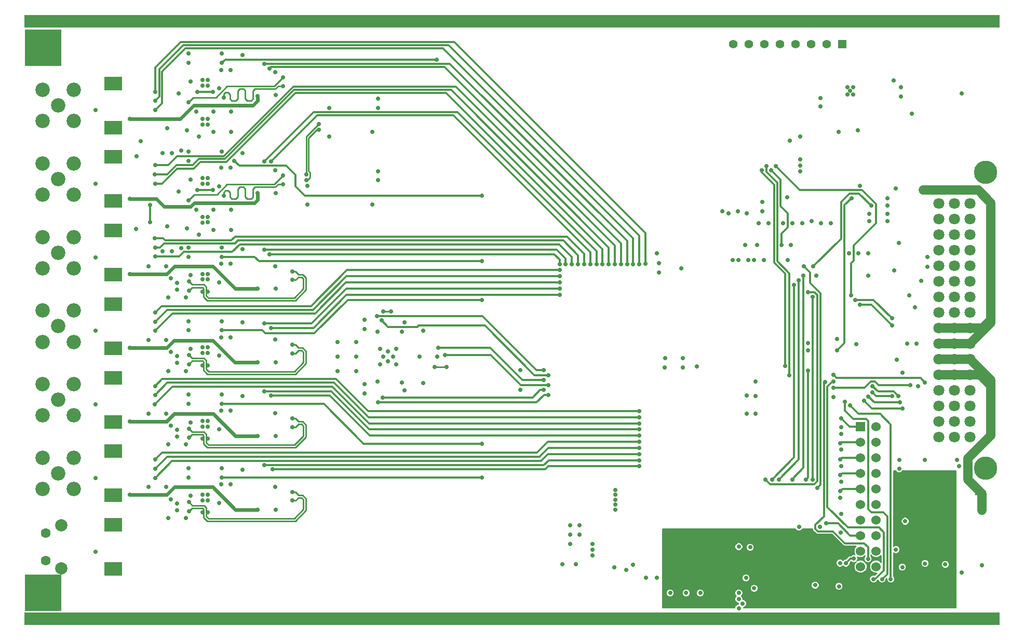
<source format=gbl>
G04 (created by PCBNEW (2013-07-07 BZR 4022)-stable) date 10.12.2013 14:49:55*
%MOIN*%
G04 Gerber Fmt 3.4, Leading zero omitted, Abs format*
%FSLAX34Y34*%
G01*
G70*
G90*
G04 APERTURE LIST*
%ADD10C,0.00590551*%
%ADD11R,0.06X0.06*%
%ADD12C,0.06*%
%ADD13C,0.0787*%
%ADD14C,0.063*%
%ADD15C,0.0709*%
%ADD16C,0.1496*%
%ADD17R,0.1181X0.0906*%
%ADD18C,0.0276*%
%ADD19R,6.25984X0.0787402*%
%ADD20R,0.055X0.055*%
%ADD21C,0.055*%
%ADD22C,0.0925*%
%ADD23R,0.23622X0.23622*%
%ADD24C,0.0275591*%
%ADD25C,0.023622*%
%ADD26C,0.011811*%
%ADD27C,0.00984252*%
%ADD28C,0.0591*%
%ADD29C,0.00787402*%
G04 APERTURE END LIST*
G54D10*
G54D11*
X73554Y-46210D03*
G54D12*
X74554Y-46210D03*
X73554Y-47210D03*
X74554Y-47210D03*
X73554Y-48210D03*
X74554Y-48210D03*
X73554Y-49210D03*
X74554Y-49210D03*
X73554Y-50210D03*
X74554Y-50210D03*
X73554Y-51210D03*
X74554Y-51210D03*
X73554Y-52210D03*
X74554Y-52210D03*
X73554Y-53210D03*
X74554Y-53210D03*
X73554Y-54210D03*
X74554Y-54210D03*
X73554Y-55210D03*
X74554Y-55210D03*
G54D13*
X22239Y-52559D03*
X22239Y-55315D03*
G54D14*
X21259Y-53051D03*
X21259Y-54823D03*
G54D15*
X80590Y-31870D03*
X80590Y-32870D03*
X80590Y-33870D03*
X80590Y-34870D03*
X80590Y-35870D03*
X80590Y-36870D03*
X80590Y-37870D03*
X80590Y-38870D03*
X80590Y-39870D03*
X80590Y-40870D03*
X80590Y-41870D03*
X80590Y-42870D03*
X80590Y-43870D03*
X80590Y-44870D03*
X80590Y-45870D03*
X80590Y-46870D03*
X79590Y-31870D03*
X79590Y-32870D03*
X79590Y-33870D03*
X79590Y-34870D03*
X79590Y-35870D03*
X79590Y-36870D03*
X79590Y-37870D03*
X79590Y-38870D03*
X79590Y-39870D03*
X79590Y-40870D03*
X79590Y-41870D03*
X79590Y-42870D03*
X79590Y-43870D03*
X79590Y-44870D03*
X79590Y-45870D03*
X79590Y-46870D03*
X78590Y-31870D03*
X78590Y-32870D03*
X78590Y-33870D03*
X78590Y-34870D03*
X78590Y-35870D03*
X78590Y-36870D03*
X78590Y-37870D03*
X78590Y-38870D03*
X78590Y-39870D03*
X78590Y-40870D03*
X78590Y-41870D03*
X78590Y-42870D03*
X78590Y-43870D03*
X78590Y-44870D03*
X78590Y-45870D03*
X78590Y-46870D03*
G54D16*
X81590Y-29870D03*
X81590Y-48870D03*
G54D17*
X25590Y-52520D03*
X25590Y-55354D03*
X25590Y-24173D03*
X25590Y-27007D03*
G54D18*
X72893Y-24645D03*
X73070Y-24409D03*
X72716Y-24881D03*
X72716Y-24409D03*
X73070Y-24881D03*
G54D19*
X51181Y-58543D03*
X51181Y-20196D03*
G54D20*
X72397Y-21653D03*
G54D21*
X71397Y-21653D03*
X70397Y-21653D03*
X69397Y-21653D03*
X68397Y-21653D03*
X67397Y-21653D03*
X66397Y-21653D03*
X65397Y-21653D03*
G54D22*
X21043Y-26594D03*
X21043Y-24586D03*
X23051Y-24586D03*
X23051Y-26594D03*
X22047Y-25590D03*
X21043Y-45492D03*
X21043Y-43484D03*
X23051Y-43484D03*
X23051Y-45492D03*
X22047Y-44488D03*
X21043Y-50216D03*
X21043Y-48208D03*
X23051Y-48208D03*
X23051Y-50216D03*
X22047Y-49212D03*
X21043Y-40767D03*
X21043Y-38759D03*
X23051Y-38759D03*
X23051Y-40767D03*
X22047Y-39763D03*
G54D17*
X25590Y-28897D03*
X25590Y-31731D03*
X25590Y-47795D03*
X25590Y-50629D03*
X25590Y-38346D03*
X25590Y-41180D03*
G54D22*
X21043Y-31318D03*
X21043Y-29310D03*
X23051Y-29310D03*
X23051Y-31318D03*
X22047Y-30314D03*
X21043Y-36043D03*
X21043Y-34035D03*
X23051Y-34035D03*
X23051Y-36043D03*
X22047Y-35039D03*
G54D17*
X25590Y-33622D03*
X25590Y-36456D03*
X25590Y-43071D03*
X25590Y-45905D03*
G54D23*
X21090Y-56870D03*
X21090Y-21870D03*
G54D24*
X61929Y-55984D03*
X61574Y-55984D03*
X62283Y-55984D03*
X76692Y-50590D03*
X76692Y-50984D03*
X76692Y-50196D03*
X76318Y-50984D03*
X76318Y-50590D03*
X76318Y-50196D03*
X27338Y-27877D03*
X54921Y-52559D03*
X54921Y-53149D03*
X55511Y-52559D03*
X55511Y-53149D03*
X54921Y-53740D03*
X42594Y-30397D03*
X45248Y-41712D03*
X42598Y-25748D03*
X29937Y-28496D03*
X29355Y-28640D03*
X32503Y-23299D03*
X32031Y-27267D03*
X32031Y-25976D03*
X30555Y-24035D03*
X30405Y-22854D03*
X29937Y-34759D03*
X29354Y-34940D03*
X30405Y-29153D03*
X30555Y-30334D03*
X32031Y-32275D03*
X32031Y-33566D03*
X32503Y-29598D03*
X41704Y-39944D03*
X41700Y-43472D03*
X41181Y-42657D03*
X41181Y-40767D03*
X41181Y-41712D03*
X27854Y-40649D03*
X29102Y-42637D03*
X30405Y-40027D03*
X30559Y-41208D03*
X32503Y-40472D03*
X27862Y-35925D03*
X29106Y-37913D03*
X32503Y-35748D03*
X30559Y-36484D03*
X30405Y-35303D03*
X30405Y-44751D03*
X30559Y-45933D03*
X32503Y-45196D03*
X29106Y-47362D03*
X27862Y-45374D03*
X32503Y-49921D03*
X30559Y-50657D03*
X30405Y-49476D03*
X29102Y-52086D03*
X27854Y-50098D03*
X34866Y-24988D03*
X26653Y-26456D03*
X34862Y-31212D03*
X26653Y-31574D03*
X34866Y-37362D03*
X26653Y-36417D03*
X34866Y-42086D03*
X26653Y-41141D03*
X34866Y-46811D03*
X26653Y-45866D03*
X34862Y-51535D03*
X26653Y-50590D03*
X72177Y-56468D03*
X66830Y-44232D03*
X62141Y-42417D03*
X24448Y-25885D03*
X24448Y-35334D03*
X24448Y-40059D03*
X24448Y-54232D03*
X24448Y-49507D03*
X24448Y-44783D03*
X24448Y-30610D03*
X69685Y-29055D03*
X69685Y-29448D03*
X69685Y-29822D03*
X73523Y-30748D03*
X75826Y-30905D03*
X65748Y-53917D03*
X66200Y-55925D03*
X72283Y-53011D03*
X72322Y-51811D03*
X72322Y-49763D03*
X72322Y-48740D03*
X72322Y-47696D03*
X72322Y-46673D03*
X72244Y-54980D03*
X65354Y-35531D03*
X67342Y-35531D03*
X66358Y-35531D03*
X70177Y-40846D03*
X77696Y-55000D03*
X76259Y-42755D03*
X67027Y-33149D03*
X69192Y-33149D03*
X72263Y-50787D03*
X74133Y-33031D03*
X72322Y-45669D03*
X79744Y-48346D03*
X76555Y-40885D03*
X76673Y-37795D03*
X77165Y-40885D03*
X31968Y-24724D03*
X30992Y-24724D03*
X30992Y-31023D03*
X31968Y-31023D03*
X30448Y-37480D03*
X31303Y-37547D03*
X37091Y-36240D03*
X30448Y-36889D03*
X31657Y-37547D03*
X37091Y-36787D03*
X30448Y-42204D03*
X31303Y-42271D03*
X37091Y-40964D03*
X30448Y-41614D03*
X37091Y-41511D03*
X31657Y-42271D03*
X30448Y-46929D03*
X31303Y-46996D03*
X37091Y-45688D03*
X30448Y-46338D03*
X37091Y-46236D03*
X31657Y-46996D03*
X30448Y-51653D03*
X31303Y-51720D03*
X37091Y-50413D03*
X30448Y-51062D03*
X37091Y-50960D03*
X31657Y-51720D03*
X46220Y-42370D03*
X46984Y-42370D03*
X37968Y-30023D03*
X38771Y-26795D03*
X37968Y-30377D03*
X38771Y-27161D03*
X42917Y-38807D03*
X43433Y-38807D03*
X65728Y-35531D03*
X66712Y-35531D03*
X66240Y-44224D03*
X62137Y-41826D03*
X70177Y-41318D03*
X73425Y-35078D03*
X68877Y-35531D03*
X74330Y-43602D03*
X75984Y-44251D03*
X74055Y-44271D03*
X76082Y-44665D03*
X73779Y-44547D03*
X76240Y-45039D03*
X81909Y-32362D03*
G54D18*
X77637Y-31024D03*
X79251Y-31024D03*
X78700Y-31024D03*
X78149Y-31024D03*
X79802Y-31024D03*
G54D24*
X58570Y-35771D03*
X35291Y-22921D03*
X58964Y-35771D03*
X28267Y-25885D03*
X28263Y-30019D03*
X57389Y-35771D03*
X28267Y-30610D03*
X56996Y-35771D03*
X35295Y-29181D03*
X56602Y-35771D03*
X35720Y-29177D03*
X56208Y-35771D03*
X28263Y-34114D03*
X55814Y-35771D03*
X59358Y-35771D03*
X28267Y-25295D03*
X59751Y-35751D03*
X28267Y-24704D03*
X35610Y-23212D03*
X58177Y-35771D03*
X28267Y-29429D03*
X57783Y-35771D03*
X71811Y-42893D03*
X77696Y-43366D03*
X35275Y-34838D03*
X54633Y-35771D03*
X35287Y-43944D03*
X59358Y-46397D03*
X28267Y-48326D03*
X59358Y-47185D03*
X68996Y-42913D03*
X67519Y-29488D03*
X28267Y-48917D03*
X59358Y-47578D03*
X28267Y-49507D03*
X59358Y-47972D03*
X28267Y-34704D03*
X55421Y-35771D03*
X28267Y-35295D03*
X55027Y-35771D03*
X54240Y-35771D03*
X35614Y-35141D03*
X28267Y-44192D03*
X59358Y-45610D03*
X35728Y-44228D03*
X59358Y-46791D03*
X54240Y-36161D03*
X28267Y-38877D03*
X28267Y-39468D03*
X54240Y-36555D03*
X59358Y-45216D03*
X28267Y-43602D03*
X54240Y-36948D03*
X28267Y-40055D03*
X74251Y-32027D03*
X70531Y-35925D03*
X72972Y-31535D03*
X72047Y-41318D03*
X68700Y-42322D03*
X67224Y-29744D03*
X35287Y-48685D03*
X59358Y-48366D03*
X35700Y-39866D03*
X54240Y-37736D03*
X54240Y-37342D03*
X35279Y-39570D03*
X28263Y-44783D03*
X59358Y-46003D03*
X59358Y-48759D03*
X35811Y-48960D03*
X49240Y-38066D03*
X32555Y-40027D03*
X32559Y-44751D03*
X49240Y-47299D03*
X32555Y-49476D03*
X49240Y-49476D03*
X32555Y-35303D03*
X49240Y-35582D03*
X32555Y-22854D03*
X33362Y-29153D03*
X49240Y-31370D03*
X46334Y-22637D03*
X74035Y-54704D03*
X71279Y-43346D03*
X81082Y-50492D03*
G54D18*
X81338Y-50828D03*
X81338Y-51182D03*
X81338Y-51576D03*
G54D24*
X68484Y-34547D03*
X67814Y-29744D03*
X71811Y-43700D03*
X76751Y-43543D03*
X75570Y-39251D03*
X73208Y-38070D03*
X75590Y-39704D03*
X73503Y-38366D03*
X71811Y-43307D03*
X74389Y-56003D03*
X65748Y-56889D03*
X65748Y-57283D03*
X74940Y-56003D03*
X72559Y-44606D03*
X75830Y-54110D03*
X75570Y-44251D03*
X74330Y-44015D03*
X65748Y-57874D03*
X75492Y-56003D03*
X65984Y-57578D03*
X72874Y-44862D03*
X68110Y-29488D03*
X72952Y-37795D03*
X73129Y-54685D03*
X72618Y-54980D03*
X42220Y-31960D03*
X42220Y-27279D03*
X21653Y-58464D03*
X23622Y-58464D03*
X25590Y-58464D03*
X27559Y-58464D03*
X29527Y-58464D03*
X31496Y-58464D03*
X33464Y-58464D03*
X35433Y-58464D03*
X37401Y-58464D03*
X39370Y-58464D03*
X41338Y-58464D03*
X43307Y-58464D03*
X45275Y-58464D03*
X47244Y-58464D03*
X49212Y-58464D03*
X51181Y-58464D03*
X53149Y-58464D03*
X55118Y-58464D03*
X57086Y-58464D03*
X59055Y-58464D03*
X61023Y-58464D03*
X62992Y-58464D03*
X64960Y-58464D03*
X66929Y-58464D03*
X68897Y-58464D03*
X70866Y-58464D03*
X72834Y-58464D03*
X74803Y-58464D03*
X76771Y-58464D03*
X78740Y-58464D03*
X80708Y-58464D03*
X80708Y-20275D03*
X78740Y-20275D03*
X76771Y-20275D03*
X74803Y-20275D03*
X72834Y-20275D03*
X70866Y-20275D03*
X68897Y-20275D03*
X66929Y-20275D03*
X64960Y-20275D03*
X62992Y-20275D03*
X61023Y-20275D03*
X59055Y-20275D03*
X57086Y-20275D03*
X55118Y-20275D03*
X53149Y-20275D03*
X51181Y-20275D03*
X49212Y-20275D03*
X47244Y-20275D03*
X45275Y-20275D03*
X43307Y-20275D03*
X41338Y-20275D03*
X39370Y-20275D03*
X37401Y-20275D03*
X35433Y-20275D03*
X33464Y-20275D03*
X31496Y-20275D03*
X29527Y-20275D03*
X27559Y-20275D03*
X25590Y-20275D03*
X23622Y-20275D03*
X21653Y-20275D03*
X43543Y-41712D03*
X42913Y-41712D03*
X43228Y-42027D03*
X43228Y-41397D03*
X42716Y-42224D03*
X43740Y-42224D03*
X43740Y-41200D03*
X42716Y-41200D03*
X57814Y-50590D03*
X57814Y-50275D03*
X57814Y-51535D03*
X57814Y-51220D03*
X57814Y-50905D03*
X56338Y-54114D03*
X56338Y-54468D03*
X56338Y-53759D03*
X54409Y-55039D03*
X55275Y-55039D03*
X58937Y-55078D03*
X57755Y-55236D03*
X58500Y-55409D03*
X59791Y-55905D03*
X60480Y-55905D03*
X61338Y-56889D03*
X62362Y-56889D03*
X63267Y-56889D03*
X51704Y-43858D03*
X51704Y-42598D03*
X66826Y-43299D03*
X66830Y-45374D03*
X66240Y-45370D03*
X60484Y-35090D03*
X63062Y-42346D03*
X60996Y-42417D03*
X61000Y-41826D03*
X70984Y-25633D03*
X70972Y-25114D03*
X65673Y-32370D03*
X70405Y-33019D03*
X29791Y-24807D03*
X42598Y-29799D03*
X44299Y-39527D03*
X45496Y-40043D03*
X45496Y-43421D03*
X46381Y-41708D03*
X44299Y-43893D03*
X42594Y-25149D03*
X39452Y-27586D03*
X39452Y-25748D03*
X38039Y-31937D03*
X38039Y-30755D03*
X27066Y-33523D03*
X27070Y-28838D03*
X28755Y-28640D03*
X29047Y-27047D03*
X31094Y-27574D03*
X32385Y-24488D03*
X33870Y-22350D03*
X33102Y-23299D03*
X35984Y-23456D03*
X36003Y-24913D03*
X33165Y-25976D03*
X33161Y-27267D03*
X30921Y-25976D03*
X31303Y-26444D03*
X31303Y-26803D03*
X31657Y-26799D03*
X31657Y-26444D03*
X31303Y-23956D03*
X31303Y-24311D03*
X31657Y-23956D03*
X31657Y-24311D03*
X30409Y-22263D03*
X32566Y-22263D03*
X30318Y-27192D03*
X28755Y-34940D03*
X29791Y-31106D03*
X30318Y-33492D03*
X32566Y-28562D03*
X30409Y-28562D03*
X31657Y-30610D03*
X31657Y-30255D03*
X31303Y-30610D03*
X31303Y-30255D03*
X31657Y-32744D03*
X31657Y-33098D03*
X31303Y-33102D03*
X31303Y-32744D03*
X30921Y-32275D03*
X33161Y-33566D03*
X33165Y-32275D03*
X36003Y-31212D03*
X35984Y-29755D03*
X33102Y-29598D03*
X33870Y-28649D03*
X32385Y-30787D03*
X31094Y-33874D03*
X29047Y-33346D03*
X44114Y-40106D03*
X44114Y-43393D03*
X41704Y-39346D03*
X41700Y-44070D03*
X42539Y-40106D03*
X42539Y-43318D03*
X29279Y-41417D03*
X39988Y-42657D03*
X39988Y-41712D03*
X39988Y-40767D03*
X28992Y-40649D03*
X30244Y-42637D03*
X29673Y-41696D03*
X29673Y-42125D03*
X30409Y-39437D03*
X32555Y-39437D03*
X36003Y-42086D03*
X35984Y-40629D03*
X33102Y-40472D03*
X33870Y-39523D03*
X32385Y-41661D03*
X31303Y-41129D03*
X31657Y-41129D03*
X31303Y-41484D03*
X31657Y-41484D03*
X28992Y-35925D03*
X30244Y-37913D03*
X31657Y-36759D03*
X31303Y-36759D03*
X31657Y-36405D03*
X31303Y-36405D03*
X32385Y-36937D03*
X33870Y-34799D03*
X33102Y-35748D03*
X35984Y-35905D03*
X36003Y-37362D03*
X32555Y-34712D03*
X30409Y-34712D03*
X30244Y-37913D03*
X29673Y-37401D03*
X29673Y-36972D03*
X29279Y-36692D03*
X29279Y-46141D03*
X29673Y-46421D03*
X29673Y-46850D03*
X30244Y-47362D03*
X30409Y-44161D03*
X32555Y-44161D03*
X36003Y-46811D03*
X35984Y-45354D03*
X33102Y-45196D03*
X33870Y-44248D03*
X32385Y-46385D03*
X31303Y-45854D03*
X31657Y-45854D03*
X31303Y-46208D03*
X31657Y-46208D03*
X30244Y-47362D03*
X28992Y-45374D03*
X31657Y-50933D03*
X31303Y-50933D03*
X31657Y-50578D03*
X31303Y-50578D03*
X32385Y-51110D03*
X33870Y-48972D03*
X33102Y-49921D03*
X35984Y-50078D03*
X36003Y-51535D03*
X32555Y-48885D03*
X30409Y-48885D03*
X29673Y-51574D03*
X29673Y-51145D03*
X29279Y-50866D03*
X30244Y-52086D03*
X28992Y-50098D03*
X81338Y-55118D03*
X75669Y-23996D03*
X76141Y-24409D03*
X76141Y-25019D03*
X76850Y-26102D03*
X69685Y-27598D03*
X69015Y-27854D03*
X73385Y-27185D03*
X72165Y-27283D03*
X80059Y-24803D03*
X76043Y-48917D03*
X76043Y-48346D03*
X78996Y-55059D03*
X76240Y-55236D03*
X60610Y-36318D03*
X60610Y-35708D03*
X66240Y-32519D03*
X65098Y-32519D03*
X64685Y-32381D03*
X72322Y-46259D03*
X73267Y-40925D03*
X70649Y-56397D03*
X66732Y-56594D03*
X71811Y-44330D03*
X62047Y-36043D03*
X69074Y-34547D03*
X66161Y-34547D03*
X66929Y-34547D03*
X72047Y-40570D03*
X67263Y-31771D03*
X67263Y-32381D03*
X67637Y-33149D03*
X71653Y-33149D03*
X71023Y-33149D03*
X69803Y-33149D03*
X68582Y-33149D03*
X68858Y-31476D03*
X74133Y-32539D03*
X75275Y-33031D03*
X75275Y-32539D03*
X75275Y-32027D03*
X75275Y-31535D03*
X69606Y-52657D03*
X70944Y-52657D03*
X66476Y-53956D03*
X74055Y-36515D03*
X80039Y-55570D03*
X76417Y-52283D03*
X77677Y-48346D03*
X75885Y-41909D03*
X77047Y-38562D03*
X79881Y-48759D03*
X70728Y-36515D03*
X74035Y-35078D03*
X72814Y-35078D03*
X75708Y-36181D03*
X77834Y-35944D03*
X77834Y-35314D03*
X76003Y-34409D03*
X77263Y-43602D03*
X77440Y-36850D03*
X72263Y-49330D03*
X72263Y-47283D03*
X70787Y-50157D03*
X69921Y-35905D03*
X71358Y-52421D03*
X72263Y-50354D03*
X72263Y-48307D03*
X69173Y-49606D03*
X69881Y-36515D03*
X70039Y-49606D03*
X70177Y-42618D03*
X70177Y-37578D03*
X67440Y-49606D03*
X67874Y-49606D03*
X69291Y-37106D03*
X70472Y-37874D03*
X70472Y-49606D03*
X68307Y-49606D03*
X69586Y-36811D03*
X42586Y-44653D03*
X53503Y-44173D03*
X42881Y-44346D03*
X53228Y-43858D03*
X46885Y-41606D03*
X53503Y-43543D03*
X46444Y-41137D03*
X53228Y-43228D03*
X42826Y-39397D03*
X53503Y-42913D03*
X27937Y-31980D03*
X27937Y-33090D03*
X42527Y-39125D03*
X53228Y-42598D03*
X30409Y-25389D03*
X36491Y-23791D03*
X36491Y-24338D03*
X32677Y-25078D03*
X30409Y-31688D03*
X36491Y-30090D03*
X32677Y-31377D03*
X36491Y-30637D03*
G54D25*
X34866Y-24988D02*
X34866Y-25291D01*
X29881Y-26456D02*
X26653Y-26456D01*
X30748Y-25590D02*
X29881Y-26456D01*
X34566Y-25590D02*
X30748Y-25590D01*
X34866Y-25291D02*
X34566Y-25590D01*
X34862Y-31212D02*
X34862Y-31633D01*
X28346Y-31574D02*
X26653Y-31574D01*
X28858Y-32086D02*
X28346Y-31574D01*
X30551Y-32086D02*
X28858Y-32086D01*
X30787Y-31850D02*
X30551Y-32086D01*
X34645Y-31850D02*
X30787Y-31850D01*
X34862Y-31633D02*
X34645Y-31850D01*
X34866Y-37362D02*
X33425Y-37362D01*
X29015Y-36417D02*
X26653Y-36417D01*
X29527Y-35905D02*
X29015Y-36417D01*
X31968Y-35905D02*
X29527Y-35905D01*
X33425Y-37362D02*
X31968Y-35905D01*
X34866Y-42086D02*
X33385Y-42086D01*
X29015Y-41141D02*
X26653Y-41141D01*
X29488Y-40669D02*
X29015Y-41141D01*
X31968Y-40669D02*
X29488Y-40669D01*
X33385Y-42086D02*
X31968Y-40669D01*
X34866Y-46811D02*
X33425Y-46811D01*
X29015Y-45866D02*
X26653Y-45866D01*
X29488Y-45393D02*
X29015Y-45866D01*
X32007Y-45393D02*
X29488Y-45393D01*
X33425Y-46811D02*
X32007Y-45393D01*
X34862Y-51535D02*
X33425Y-51535D01*
X29015Y-50590D02*
X26653Y-50590D01*
X29527Y-50078D02*
X29015Y-50590D01*
X31968Y-50078D02*
X29527Y-50078D01*
X33425Y-51535D02*
X31968Y-50078D01*
G54D26*
X72863Y-46210D02*
X73554Y-46210D01*
X72322Y-45669D02*
X72863Y-46210D01*
X31968Y-24724D02*
X30992Y-24724D01*
X31968Y-31023D02*
X30992Y-31023D01*
G54D27*
X31311Y-37267D02*
X31389Y-37346D01*
X30661Y-37267D02*
X31311Y-37267D01*
X30448Y-37480D02*
X30661Y-37267D01*
X31389Y-37460D02*
X31303Y-37547D01*
X31389Y-37346D02*
X31389Y-37460D01*
X37177Y-38110D02*
X31633Y-38110D01*
X31389Y-37866D02*
X31633Y-38110D01*
X31389Y-37633D02*
X31389Y-37866D01*
X31303Y-37547D02*
X31389Y-37633D01*
X37273Y-38110D02*
X37964Y-37418D01*
X37964Y-36659D02*
X37964Y-37418D01*
X37488Y-36437D02*
X37741Y-36437D01*
X37091Y-36240D02*
X37090Y-36240D01*
X37090Y-36240D02*
X37291Y-36240D01*
X37291Y-36240D02*
X37488Y-36437D01*
X37741Y-36437D02*
X37964Y-36659D01*
X37273Y-38110D02*
X37177Y-38110D01*
X37177Y-38110D02*
X37273Y-38110D01*
X31401Y-37098D02*
X31566Y-37263D01*
X30657Y-37098D02*
X31401Y-37098D01*
X30448Y-36889D02*
X30657Y-37098D01*
X31566Y-37456D02*
X31657Y-37547D01*
X31566Y-37263D02*
X31566Y-37456D01*
X31566Y-37807D02*
X31566Y-37637D01*
X31704Y-37944D02*
X31566Y-37807D01*
X31566Y-37637D02*
X31657Y-37547D01*
X31704Y-37944D02*
X37204Y-37944D01*
X37204Y-37944D02*
X37799Y-37350D01*
X37091Y-36787D02*
X37094Y-36787D01*
X37094Y-36787D02*
X37271Y-36787D01*
X37271Y-36787D02*
X37291Y-36787D01*
X37291Y-36787D02*
X37476Y-36602D01*
X37476Y-36602D02*
X37673Y-36602D01*
X37673Y-36602D02*
X37799Y-36728D01*
X37799Y-36728D02*
X37799Y-37350D01*
X30661Y-41992D02*
X31311Y-41992D01*
X31393Y-42074D02*
X31393Y-42181D01*
X31303Y-42271D02*
X31393Y-42181D01*
X31311Y-41992D02*
X31393Y-42074D01*
X30448Y-42204D02*
X30661Y-41992D01*
X31389Y-42590D02*
X31633Y-42834D01*
X37177Y-42834D02*
X31633Y-42834D01*
X31389Y-42358D02*
X31389Y-42590D01*
X31303Y-42271D02*
X31389Y-42358D01*
X37177Y-42834D02*
X37273Y-42834D01*
X37273Y-42834D02*
X37177Y-42834D01*
X37741Y-41161D02*
X37964Y-41384D01*
X37291Y-40964D02*
X37488Y-41161D01*
X37090Y-40964D02*
X37291Y-40964D01*
X37091Y-40964D02*
X37090Y-40964D01*
X37488Y-41161D02*
X37741Y-41161D01*
X37964Y-41384D02*
X37964Y-42143D01*
X37273Y-42834D02*
X37964Y-42143D01*
X30657Y-41822D02*
X31409Y-41822D01*
X31562Y-41976D02*
X31562Y-42177D01*
X31657Y-42271D02*
X31562Y-42177D01*
X31409Y-41822D02*
X31562Y-41976D01*
X30448Y-41614D02*
X30657Y-41822D01*
X31566Y-42531D02*
X31704Y-42669D01*
X31704Y-42669D02*
X37204Y-42669D01*
X37204Y-42669D02*
X37799Y-42074D01*
X37091Y-41511D02*
X37094Y-41511D01*
X37094Y-41511D02*
X37271Y-41511D01*
X37271Y-41511D02*
X37291Y-41511D01*
X37291Y-41511D02*
X37476Y-41326D01*
X37476Y-41326D02*
X37673Y-41326D01*
X37673Y-41326D02*
X37799Y-41452D01*
X37799Y-41452D02*
X37799Y-42074D01*
X31566Y-42531D02*
X31566Y-42362D01*
X31566Y-42362D02*
X31657Y-42271D01*
X31311Y-46716D02*
X31389Y-46795D01*
X30885Y-46716D02*
X31311Y-46716D01*
X30448Y-46929D02*
X30661Y-46716D01*
X30661Y-46716D02*
X30885Y-46716D01*
X31389Y-46909D02*
X31303Y-46996D01*
X31389Y-46795D02*
X31389Y-46909D01*
X31389Y-47314D02*
X31633Y-47559D01*
X37177Y-47559D02*
X31633Y-47559D01*
X31389Y-47082D02*
X31389Y-47314D01*
X31303Y-46996D02*
X31389Y-47082D01*
X37273Y-47559D02*
X37964Y-46867D01*
X37964Y-46108D02*
X37964Y-46867D01*
X37488Y-45885D02*
X37741Y-45885D01*
X37091Y-45688D02*
X37090Y-45688D01*
X37090Y-45688D02*
X37291Y-45688D01*
X37291Y-45688D02*
X37488Y-45885D01*
X37741Y-45885D02*
X37964Y-46108D01*
X37273Y-47559D02*
X37177Y-47559D01*
X37177Y-47559D02*
X37273Y-47559D01*
X31409Y-46547D02*
X31566Y-46704D01*
X30448Y-46338D02*
X30657Y-46547D01*
X30657Y-46547D02*
X30917Y-46547D01*
X30917Y-46547D02*
X31409Y-46547D01*
X31566Y-46905D02*
X31657Y-46996D01*
X31566Y-46704D02*
X31566Y-46905D01*
X31566Y-47255D02*
X31704Y-47393D01*
X37799Y-46177D02*
X37799Y-46799D01*
X37673Y-46051D02*
X37799Y-46177D01*
X37476Y-46051D02*
X37673Y-46051D01*
X37291Y-46236D02*
X37476Y-46051D01*
X37271Y-46236D02*
X37291Y-46236D01*
X37094Y-46236D02*
X37271Y-46236D01*
X37091Y-46236D02*
X37094Y-46236D01*
X37204Y-47393D02*
X37799Y-46799D01*
X31704Y-47393D02*
X37204Y-47393D01*
X31566Y-47255D02*
X31566Y-47086D01*
X31566Y-47086D02*
X31657Y-46996D01*
X31311Y-51440D02*
X31389Y-51519D01*
X30661Y-51440D02*
X30885Y-51440D01*
X30448Y-51653D02*
X30661Y-51440D01*
X30885Y-51440D02*
X31311Y-51440D01*
X31389Y-51633D02*
X31303Y-51720D01*
X31389Y-51519D02*
X31389Y-51633D01*
X31389Y-52039D02*
X31633Y-52283D01*
X37177Y-52283D02*
X31633Y-52283D01*
X31389Y-51807D02*
X31389Y-52039D01*
X31303Y-51720D02*
X31389Y-51807D01*
X37177Y-52283D02*
X37273Y-52283D01*
X37273Y-52283D02*
X37177Y-52283D01*
X37741Y-50610D02*
X37964Y-50833D01*
X37291Y-50413D02*
X37488Y-50610D01*
X37090Y-50413D02*
X37291Y-50413D01*
X37091Y-50413D02*
X37090Y-50413D01*
X37488Y-50610D02*
X37741Y-50610D01*
X37964Y-50833D02*
X37964Y-51592D01*
X37273Y-52283D02*
X37964Y-51592D01*
X31409Y-51271D02*
X31566Y-51429D01*
X30917Y-51271D02*
X31409Y-51271D01*
X30657Y-51271D02*
X30917Y-51271D01*
X30448Y-51062D02*
X30657Y-51271D01*
X31566Y-51629D02*
X31657Y-51720D01*
X31566Y-51429D02*
X31566Y-51629D01*
X31566Y-51980D02*
X31704Y-52118D01*
X31704Y-52118D02*
X37204Y-52118D01*
X37204Y-52118D02*
X37799Y-51523D01*
X37091Y-50960D02*
X37094Y-50960D01*
X37094Y-50960D02*
X37271Y-50960D01*
X37271Y-50960D02*
X37291Y-50960D01*
X37291Y-50960D02*
X37476Y-50775D01*
X37476Y-50775D02*
X37673Y-50775D01*
X37673Y-50775D02*
X37799Y-50901D01*
X37799Y-50901D02*
X37799Y-51523D01*
X31566Y-51980D02*
X31566Y-51811D01*
X31566Y-51811D02*
X31657Y-51720D01*
X46984Y-42370D02*
X46220Y-42370D01*
X37968Y-30023D02*
X37968Y-27598D01*
X37968Y-27598D02*
X38771Y-26795D01*
X38224Y-29889D02*
X38133Y-29799D01*
X38055Y-30377D02*
X38224Y-30208D01*
X38224Y-30208D02*
X38224Y-29889D01*
X37968Y-30377D02*
X38055Y-30377D01*
X38639Y-27161D02*
X38771Y-27161D01*
X38133Y-27666D02*
X38639Y-27161D01*
X38133Y-27929D02*
X38133Y-27666D01*
X38133Y-29799D02*
X38133Y-27929D01*
X42917Y-38807D02*
X43433Y-38807D01*
G54D26*
X75688Y-43956D02*
X74685Y-43956D01*
X74685Y-43956D02*
X74330Y-43602D01*
X75984Y-44251D02*
X75688Y-43956D01*
X74448Y-44665D02*
X74055Y-44271D01*
X76082Y-44665D02*
X74448Y-44665D01*
X74271Y-45039D02*
X73779Y-44547D01*
X76240Y-45039D02*
X74271Y-45039D01*
X81909Y-32362D02*
X81928Y-32362D01*
X81928Y-32362D02*
X81928Y-32363D01*
G54D28*
X81101Y-31024D02*
X80393Y-31024D01*
X81928Y-31851D02*
X81101Y-31024D01*
X81928Y-32363D02*
X81928Y-31851D01*
X81389Y-39871D02*
X81928Y-39332D01*
X80393Y-31024D02*
X79802Y-31024D01*
X80393Y-31024D02*
X80392Y-31024D01*
X79251Y-31024D02*
X78700Y-31024D01*
X79590Y-39871D02*
X80590Y-39871D01*
X77637Y-31024D02*
X77598Y-31024D01*
X80590Y-40871D02*
X81928Y-39533D01*
X78149Y-31024D02*
X77637Y-31024D01*
X79590Y-40871D02*
X80590Y-40871D01*
X78590Y-39871D02*
X79590Y-39871D01*
X81928Y-39533D02*
X81928Y-39332D01*
X79802Y-31024D02*
X79251Y-31024D01*
X78700Y-31024D02*
X78149Y-31024D01*
X81928Y-39332D02*
X81928Y-32363D01*
X78590Y-40871D02*
X79590Y-40871D01*
X80590Y-39871D02*
X81389Y-39871D01*
G54D26*
X47196Y-22921D02*
X58570Y-34295D01*
X35291Y-22921D02*
X47196Y-22921D01*
X58570Y-34295D02*
X58570Y-35771D01*
X46748Y-21913D02*
X58960Y-34125D01*
X58960Y-34125D02*
X58960Y-35759D01*
X28720Y-23405D02*
X30212Y-21913D01*
X28720Y-25433D02*
X28720Y-23405D01*
X28267Y-25885D02*
X28720Y-25433D01*
X30212Y-21913D02*
X46748Y-21913D01*
X31094Y-29031D02*
X32757Y-29031D01*
X28263Y-30019D02*
X29055Y-30019D01*
X29055Y-30019D02*
X29645Y-29429D01*
X29645Y-29429D02*
X30696Y-29429D01*
X30696Y-29429D02*
X31094Y-29031D01*
X57389Y-34712D02*
X57389Y-35771D01*
X47267Y-24590D02*
X57389Y-34712D01*
X37198Y-24590D02*
X47267Y-24590D01*
X32757Y-29031D02*
X37198Y-24590D01*
X31185Y-29216D02*
X32834Y-29216D01*
X28267Y-30610D02*
X28726Y-30610D01*
X28726Y-30610D02*
X29676Y-29660D01*
X29676Y-29660D02*
X30741Y-29660D01*
X30741Y-29660D02*
X31185Y-29216D01*
X56996Y-34818D02*
X56996Y-35771D01*
X46960Y-24783D02*
X56996Y-34818D01*
X37267Y-24783D02*
X46960Y-24783D01*
X32834Y-29216D02*
X37267Y-24783D01*
X38444Y-26031D02*
X47696Y-26031D01*
X35295Y-29181D02*
X38444Y-26031D01*
X56602Y-34937D02*
X56602Y-35771D01*
X47696Y-26031D02*
X56602Y-34937D01*
X38681Y-26216D02*
X47409Y-26216D01*
X35720Y-29177D02*
X38681Y-26216D01*
X56208Y-35015D02*
X56208Y-35771D01*
X47409Y-26216D02*
X56208Y-35015D01*
X33405Y-34003D02*
X54708Y-34003D01*
X28263Y-34114D02*
X28771Y-34114D01*
X28771Y-34114D02*
X28905Y-34248D01*
X28905Y-34248D02*
X33161Y-34248D01*
X33161Y-34248D02*
X33405Y-34003D01*
X55814Y-35110D02*
X55814Y-35771D01*
X54708Y-34003D02*
X55814Y-35110D01*
X28267Y-25295D02*
X28535Y-25027D01*
X28535Y-25027D02*
X28535Y-23249D01*
X28535Y-23249D02*
X30076Y-21708D01*
X30076Y-21708D02*
X47124Y-21708D01*
X47124Y-21708D02*
X59358Y-33942D01*
X59358Y-33942D02*
X59358Y-35771D01*
X59751Y-33771D02*
X59751Y-35751D01*
X47480Y-21500D02*
X59751Y-33771D01*
X29909Y-21500D02*
X47480Y-21500D01*
X28267Y-23141D02*
X29909Y-21500D01*
X28267Y-24704D02*
X28267Y-23141D01*
X58177Y-34448D02*
X58177Y-35771D01*
X46834Y-23106D02*
X58177Y-34448D01*
X35716Y-23106D02*
X46834Y-23106D01*
X35610Y-23212D02*
X35716Y-23106D01*
X29685Y-28846D02*
X32681Y-28846D01*
X28267Y-29429D02*
X29102Y-29429D01*
X29102Y-29429D02*
X29685Y-28846D01*
X57783Y-34578D02*
X57783Y-35771D01*
X47594Y-24389D02*
X57783Y-34578D01*
X37137Y-24389D02*
X47594Y-24389D01*
X32681Y-28846D02*
X37137Y-24389D01*
X72657Y-43090D02*
X72007Y-43090D01*
X72007Y-43090D02*
X71811Y-42893D01*
X77421Y-43090D02*
X72657Y-43090D01*
X72657Y-43090D02*
X72677Y-43090D01*
X77696Y-43366D02*
X77421Y-43090D01*
X35275Y-34838D02*
X54055Y-34838D01*
X54633Y-35417D02*
X54633Y-35771D01*
X54055Y-34838D02*
X54633Y-35417D01*
X35287Y-43944D02*
X39570Y-43944D01*
X39570Y-43944D02*
X42023Y-46397D01*
X42023Y-46397D02*
X59358Y-46397D01*
X28267Y-48326D02*
X28712Y-47881D01*
X28712Y-47881D02*
X52779Y-47881D01*
X52779Y-47881D02*
X53476Y-47185D01*
X53476Y-47185D02*
X59358Y-47185D01*
X67519Y-29488D02*
X67519Y-29862D01*
X67519Y-29862D02*
X68208Y-30551D01*
X68208Y-35590D02*
X68208Y-30551D01*
X68996Y-36377D02*
X68208Y-35590D01*
X68996Y-42913D02*
X68996Y-36377D01*
X28267Y-48917D02*
X29039Y-48145D01*
X29039Y-48145D02*
X52944Y-48145D01*
X52944Y-48145D02*
X53511Y-47578D01*
X53511Y-47578D02*
X59358Y-47578D01*
X28267Y-49507D02*
X29366Y-48409D01*
X29366Y-48409D02*
X53059Y-48409D01*
X53059Y-48409D02*
X53496Y-47972D01*
X53496Y-47972D02*
X59358Y-47972D01*
X33423Y-34433D02*
X33592Y-34263D01*
X28267Y-34704D02*
X28594Y-34704D01*
X28594Y-34704D02*
X28866Y-34433D01*
X28866Y-34433D02*
X33423Y-34433D01*
X55421Y-35200D02*
X55421Y-35771D01*
X54484Y-34263D02*
X55421Y-35200D01*
X33592Y-34263D02*
X54484Y-34263D01*
X33708Y-34500D02*
X54208Y-34500D01*
X28267Y-35295D02*
X29818Y-35295D01*
X29818Y-35295D02*
X30118Y-34996D01*
X30118Y-34996D02*
X33212Y-34996D01*
X33212Y-34996D02*
X33708Y-34500D01*
X55027Y-35318D02*
X55027Y-35771D01*
X54208Y-34500D02*
X55027Y-35318D01*
X53885Y-35141D02*
X54240Y-35496D01*
X54240Y-35496D02*
X54240Y-35771D01*
X35614Y-35141D02*
X53885Y-35141D01*
X28267Y-44192D02*
X29066Y-43393D01*
X29066Y-43393D02*
X39763Y-43393D01*
X39763Y-43393D02*
X41980Y-45610D01*
X41980Y-45610D02*
X59358Y-45610D01*
X35728Y-44228D02*
X39476Y-44228D01*
X39476Y-44228D02*
X42039Y-46791D01*
X42039Y-46791D02*
X59358Y-46791D01*
X40594Y-36161D02*
X54240Y-36161D01*
X38279Y-38476D02*
X40594Y-36161D01*
X28669Y-38476D02*
X38279Y-38476D01*
X28267Y-38877D02*
X28669Y-38476D01*
X28267Y-39468D02*
X29035Y-38700D01*
X29035Y-38700D02*
X38409Y-38700D01*
X38409Y-38700D02*
X40555Y-36555D01*
X40555Y-36555D02*
X54240Y-36555D01*
X41956Y-45216D02*
X59358Y-45216D01*
X39881Y-43141D02*
X41956Y-45216D01*
X28728Y-43141D02*
X39881Y-43141D01*
X28267Y-43602D02*
X28728Y-43141D01*
X40523Y-36948D02*
X54240Y-36948D01*
X38535Y-38937D02*
X40523Y-36948D01*
X29385Y-38937D02*
X38535Y-38937D01*
X28267Y-40055D02*
X29385Y-38937D01*
X73464Y-31240D02*
X74251Y-32027D01*
X72854Y-31240D02*
X73464Y-31240D01*
X72303Y-31791D02*
X72854Y-31240D01*
X72303Y-34153D02*
X72303Y-31791D01*
X70531Y-35925D02*
X72303Y-34153D01*
X72519Y-31988D02*
X72972Y-31535D01*
X72519Y-40846D02*
X72519Y-31988D01*
X72047Y-41318D02*
X72519Y-40846D01*
X68011Y-35688D02*
X68011Y-30669D01*
X68700Y-36377D02*
X68011Y-35688D01*
X68700Y-42322D02*
X68700Y-36377D01*
X67224Y-29881D02*
X68011Y-30669D01*
X67224Y-29744D02*
X67224Y-29881D01*
X35287Y-48685D02*
X53216Y-48685D01*
X53216Y-48685D02*
X53535Y-48366D01*
X53535Y-48366D02*
X59358Y-48366D01*
X35700Y-39866D02*
X38437Y-39866D01*
X38437Y-39866D02*
X40566Y-37736D01*
X40566Y-37736D02*
X54240Y-37736D01*
X40539Y-37342D02*
X54240Y-37342D01*
X38311Y-39570D02*
X40539Y-37342D01*
X35279Y-39570D02*
X38311Y-39570D01*
X28263Y-44783D02*
X29389Y-43657D01*
X29389Y-43657D02*
X39653Y-43657D01*
X39653Y-43657D02*
X42000Y-46003D01*
X42000Y-46003D02*
X59358Y-46003D01*
X53527Y-48759D02*
X59358Y-48759D01*
X53326Y-48960D02*
X53527Y-48759D01*
X35811Y-48960D02*
X53326Y-48960D01*
X40649Y-38066D02*
X49240Y-38066D01*
X38488Y-40228D02*
X40649Y-38066D01*
X35358Y-40228D02*
X38488Y-40228D01*
X35157Y-40027D02*
X35358Y-40228D01*
X32555Y-40027D02*
X35157Y-40027D01*
X32559Y-44751D02*
X39118Y-44751D01*
X41665Y-47299D02*
X49240Y-47299D01*
X39118Y-44751D02*
X41665Y-47299D01*
X32555Y-49476D02*
X49240Y-49476D01*
X34944Y-35582D02*
X34665Y-35303D01*
X34944Y-35582D02*
X49240Y-35582D01*
X34665Y-35303D02*
X32555Y-35303D01*
X32771Y-22637D02*
X46334Y-22637D01*
X32555Y-22854D02*
X32771Y-22637D01*
X33362Y-29153D02*
X33673Y-29464D01*
X33673Y-29464D02*
X36696Y-29464D01*
X36696Y-29464D02*
X37291Y-30059D01*
X37291Y-30059D02*
X37291Y-30783D01*
X37291Y-30783D02*
X37877Y-31370D01*
X37877Y-31370D02*
X49240Y-31370D01*
X71279Y-43346D02*
X71200Y-43425D01*
X71200Y-43425D02*
X71200Y-51968D01*
X71200Y-51968D02*
X70649Y-52519D01*
X70649Y-52519D02*
X70649Y-52775D01*
X70649Y-52775D02*
X70826Y-52952D01*
X70826Y-52952D02*
X71456Y-52952D01*
X71456Y-52952D02*
X71791Y-52952D01*
X71791Y-52952D02*
X72539Y-53700D01*
X72539Y-53700D02*
X73779Y-53700D01*
X73779Y-53700D02*
X74035Y-53956D01*
X74035Y-53956D02*
X74035Y-54704D01*
G54D27*
X81023Y-50551D02*
X80925Y-50551D01*
X81082Y-50492D02*
X81023Y-50551D01*
G54D28*
X81338Y-51182D02*
X81338Y-50828D01*
X81338Y-51576D02*
X81338Y-51182D01*
X81928Y-46772D02*
X80451Y-48248D01*
X81928Y-43584D02*
X81928Y-46772D01*
X80451Y-48248D02*
X80451Y-49626D01*
X81338Y-50828D02*
X81338Y-50513D01*
X80451Y-49626D02*
X81338Y-50513D01*
X81215Y-42871D02*
X81928Y-43584D01*
X79590Y-41871D02*
X80590Y-41871D01*
X78590Y-42871D02*
X79590Y-42871D01*
X78590Y-41871D02*
X79590Y-41871D01*
X80590Y-41871D02*
X81928Y-43209D01*
X79590Y-42871D02*
X80590Y-42871D01*
X81928Y-43209D02*
X81928Y-43584D01*
X80590Y-42871D02*
X81215Y-42871D01*
G54D26*
X68425Y-32047D02*
X68425Y-30357D01*
X68877Y-32500D02*
X68425Y-32047D01*
X68877Y-33405D02*
X68877Y-32500D01*
X68484Y-33799D02*
X68877Y-33405D01*
X68484Y-34547D02*
X68484Y-33799D01*
X67814Y-29746D02*
X68425Y-30357D01*
X67814Y-29744D02*
X67814Y-29746D01*
X71811Y-43700D02*
X72972Y-43700D01*
X76751Y-43543D02*
X74704Y-43543D01*
X74704Y-43543D02*
X74468Y-43307D01*
X74468Y-43307D02*
X74212Y-43307D01*
X74212Y-43307D02*
X73818Y-43700D01*
X73818Y-43700D02*
X72972Y-43700D01*
X75570Y-39251D02*
X74389Y-38070D01*
X74389Y-38070D02*
X73208Y-38070D01*
X75590Y-39704D02*
X74251Y-38366D01*
X74251Y-38366D02*
X73503Y-38366D01*
X71751Y-43307D02*
X71417Y-43641D01*
X71417Y-43641D02*
X71417Y-51377D01*
X71417Y-51377D02*
X72736Y-52696D01*
X72736Y-52696D02*
X74744Y-52696D01*
X74744Y-52696D02*
X75059Y-53011D01*
X75059Y-53011D02*
X75059Y-55334D01*
X71811Y-43307D02*
X71751Y-43307D01*
X75059Y-55334D02*
X75059Y-55433D01*
X74488Y-56003D02*
X74389Y-56003D01*
X75059Y-55433D02*
X74488Y-56003D01*
X75275Y-55590D02*
X75275Y-55669D01*
X75275Y-55669D02*
X74940Y-56003D01*
X75275Y-55511D02*
X75275Y-55590D01*
X72559Y-45196D02*
X73070Y-45708D01*
X73070Y-45708D02*
X73917Y-45708D01*
X73917Y-45708D02*
X74055Y-45846D01*
X74055Y-45846D02*
X74055Y-51515D01*
X74055Y-51515D02*
X74251Y-51712D01*
X74251Y-51712D02*
X75019Y-51712D01*
X75019Y-51712D02*
X75275Y-51968D01*
X75275Y-51968D02*
X75275Y-55511D01*
X72559Y-44606D02*
X72559Y-45196D01*
X75570Y-44251D02*
X74566Y-44251D01*
X74566Y-44251D02*
X74330Y-44015D01*
X75492Y-56003D02*
X75492Y-55846D01*
X73405Y-45393D02*
X74803Y-45393D01*
X73405Y-45393D02*
X72874Y-44862D01*
X75492Y-46082D02*
X75492Y-55846D01*
X74803Y-45393D02*
X75492Y-46082D01*
X72952Y-35708D02*
X73110Y-35551D01*
X73110Y-35551D02*
X73110Y-34586D01*
X73110Y-34586D02*
X74547Y-33149D01*
X74547Y-33149D02*
X74547Y-31909D01*
X74547Y-31909D02*
X73661Y-31023D01*
X73661Y-31023D02*
X69645Y-31023D01*
X69645Y-31023D02*
X68110Y-29488D01*
X72952Y-37795D02*
X72952Y-35708D01*
X68110Y-29488D02*
X68110Y-29488D01*
X73129Y-54685D02*
X72913Y-54685D01*
X72913Y-54685D02*
X72618Y-54980D01*
G54D29*
X21653Y-58464D02*
X23622Y-58464D01*
X25590Y-58464D02*
X27559Y-58464D01*
X29527Y-58464D02*
X31496Y-58464D01*
X33464Y-58464D02*
X35433Y-58464D01*
X37401Y-58464D02*
X39370Y-58464D01*
X41338Y-58464D02*
X43307Y-58464D01*
X45275Y-58464D02*
X47244Y-58464D01*
X49212Y-58464D02*
X51181Y-58464D01*
X53149Y-58464D02*
X55118Y-58464D01*
X57086Y-58464D02*
X59055Y-58464D01*
X61023Y-58464D02*
X62992Y-58464D01*
X64960Y-58464D02*
X66929Y-58464D01*
X68897Y-58464D02*
X70866Y-58464D01*
X72834Y-58464D02*
X74803Y-58464D01*
X76771Y-58464D02*
X78740Y-58464D01*
X76771Y-20275D02*
X78740Y-20275D01*
X72834Y-20275D02*
X74803Y-20275D01*
X68897Y-20275D02*
X70866Y-20275D01*
X64960Y-20275D02*
X66929Y-20275D01*
X61023Y-20275D02*
X62992Y-20275D01*
X57086Y-20275D02*
X59055Y-20275D01*
X53149Y-20275D02*
X55118Y-20275D01*
X49212Y-20275D02*
X51181Y-20275D01*
X45275Y-20275D02*
X47244Y-20275D01*
X41338Y-20275D02*
X43307Y-20275D01*
X37401Y-20275D02*
X39370Y-20275D01*
X33464Y-20275D02*
X35433Y-20275D01*
X29527Y-20275D02*
X31496Y-20275D01*
X25590Y-20275D02*
X27559Y-20275D01*
X21653Y-20275D02*
X23622Y-20275D01*
G54D26*
X72384Y-49210D02*
X73554Y-49210D01*
X72263Y-49330D02*
X72384Y-49210D01*
X72337Y-47210D02*
X73554Y-47210D01*
X72263Y-47283D02*
X72337Y-47210D01*
X70787Y-50157D02*
X70984Y-49960D01*
X70984Y-49960D02*
X70984Y-37657D01*
X70984Y-37657D02*
X70314Y-36988D01*
X70314Y-36988D02*
X70314Y-36299D01*
X70314Y-36299D02*
X69921Y-35905D01*
X71358Y-52421D02*
X72106Y-52421D01*
X72895Y-53210D02*
X73554Y-53210D01*
X72106Y-52421D02*
X72895Y-53210D01*
X72408Y-50210D02*
X73554Y-50210D01*
X72263Y-50354D02*
X72408Y-50210D01*
X72360Y-48210D02*
X73554Y-48210D01*
X72263Y-48307D02*
X72360Y-48210D01*
X69173Y-49606D02*
X69173Y-49566D01*
X69881Y-48858D02*
X69881Y-36515D01*
X69173Y-49566D02*
X69881Y-48858D01*
X70039Y-49606D02*
X70039Y-49606D01*
X70177Y-49468D02*
X70177Y-42618D01*
X70039Y-49606D02*
X70177Y-49468D01*
X70590Y-37578D02*
X70767Y-37755D01*
X70177Y-37578D02*
X70590Y-37578D01*
X67736Y-49901D02*
X70590Y-49901D01*
X67440Y-49606D02*
X67736Y-49901D01*
X70767Y-49724D02*
X70767Y-37755D01*
X70590Y-49901D02*
X70767Y-49724D01*
X67874Y-49606D02*
X67874Y-49606D01*
X69291Y-48188D02*
X69291Y-37106D01*
X67874Y-49606D02*
X69291Y-48188D01*
X70472Y-37874D02*
X70472Y-49606D01*
X68307Y-49606D02*
X68307Y-49606D01*
X69586Y-48326D02*
X69586Y-36811D01*
X68307Y-49606D02*
X69586Y-48326D01*
X52763Y-44653D02*
X53244Y-44173D01*
X42586Y-44653D02*
X52763Y-44653D01*
X53244Y-44173D02*
X53503Y-44173D01*
X52500Y-44346D02*
X52988Y-43858D01*
X42881Y-44346D02*
X52500Y-44346D01*
X52988Y-43858D02*
X53228Y-43858D01*
X46885Y-41606D02*
X49811Y-41606D01*
X51748Y-43543D02*
X53503Y-43543D01*
X49811Y-41606D02*
X51748Y-43543D01*
X46444Y-41137D02*
X49767Y-41137D01*
X51858Y-43228D02*
X53228Y-43228D01*
X49767Y-41137D02*
X51858Y-43228D01*
X43228Y-39799D02*
X45114Y-39799D01*
X42826Y-39397D02*
X43228Y-39799D01*
X52625Y-42913D02*
X53503Y-42913D01*
X49437Y-39724D02*
X52625Y-42913D01*
X45188Y-39724D02*
X49437Y-39724D01*
X45114Y-39799D02*
X45188Y-39724D01*
X27937Y-33090D02*
X27937Y-31980D01*
X42527Y-39125D02*
X49279Y-39125D01*
X52751Y-42598D02*
X53228Y-42598D01*
X49279Y-39125D02*
X52751Y-42598D01*
G54D27*
X30409Y-25389D02*
X30720Y-25078D01*
X30720Y-25078D02*
X32177Y-25078D01*
X36491Y-23791D02*
X36496Y-23791D01*
X36496Y-23791D02*
X35929Y-24358D01*
X35929Y-24358D02*
X32897Y-24358D01*
X32897Y-24358D02*
X32177Y-25078D01*
X32677Y-24854D02*
X32677Y-25078D01*
X36182Y-24338D02*
X35997Y-24523D01*
X35997Y-24523D02*
X34688Y-24523D01*
X34688Y-24523D02*
X34566Y-24645D01*
X34566Y-24645D02*
X34566Y-25157D01*
X34566Y-25157D02*
X34448Y-25275D01*
X34448Y-25275D02*
X34173Y-25275D01*
X34173Y-25275D02*
X34055Y-25157D01*
X34055Y-25157D02*
X34055Y-24641D01*
X34055Y-24641D02*
X33937Y-24523D01*
X33937Y-24523D02*
X33704Y-24523D01*
X33704Y-24523D02*
X33582Y-24645D01*
X33582Y-24645D02*
X33582Y-25157D01*
X33582Y-25157D02*
X33464Y-25275D01*
X33464Y-25275D02*
X33188Y-25275D01*
X33188Y-25275D02*
X33070Y-25157D01*
X33070Y-25157D02*
X33070Y-24881D01*
X33070Y-24881D02*
X32952Y-24763D01*
X32952Y-24763D02*
X32767Y-24763D01*
X36491Y-24338D02*
X36182Y-24338D01*
X32767Y-24763D02*
X32677Y-24854D01*
X30409Y-31688D02*
X30799Y-31299D01*
X30799Y-31299D02*
X32255Y-31299D01*
X32897Y-30657D02*
X32255Y-31299D01*
X35929Y-30657D02*
X32897Y-30657D01*
X36496Y-30090D02*
X35929Y-30657D01*
X36491Y-30090D02*
X36496Y-30090D01*
X32795Y-31062D02*
X32677Y-31181D01*
X36491Y-30637D02*
X36182Y-30637D01*
X32952Y-31062D02*
X32795Y-31062D01*
X33070Y-31181D02*
X32952Y-31062D01*
X33070Y-31456D02*
X33070Y-31181D01*
X33188Y-31574D02*
X33070Y-31456D01*
X33464Y-31574D02*
X33188Y-31574D01*
X33582Y-31456D02*
X33464Y-31574D01*
X33582Y-30944D02*
X33582Y-31456D01*
X33704Y-30822D02*
X33582Y-30944D01*
X33937Y-30822D02*
X33704Y-30822D01*
X34055Y-30940D02*
X33937Y-30822D01*
X34055Y-31456D02*
X34055Y-30940D01*
X34173Y-31574D02*
X34055Y-31456D01*
X34448Y-31574D02*
X34173Y-31574D01*
X34566Y-31456D02*
X34448Y-31574D01*
X34566Y-30944D02*
X34566Y-31456D01*
X34688Y-30822D02*
X34566Y-30944D01*
X35997Y-30822D02*
X34688Y-30822D01*
X36182Y-30637D02*
X35997Y-30822D01*
X32677Y-31181D02*
X32677Y-31377D01*
G54D10*
G36*
X79685Y-57834D02*
X79252Y-57834D01*
X79252Y-55008D01*
X79213Y-54914D01*
X79141Y-54842D01*
X79047Y-54803D01*
X78945Y-54803D01*
X78851Y-54841D01*
X78779Y-54913D01*
X78740Y-55007D01*
X78740Y-55109D01*
X78778Y-55203D01*
X78850Y-55275D01*
X78944Y-55314D01*
X79046Y-55315D01*
X79140Y-55276D01*
X79212Y-55204D01*
X79251Y-55110D01*
X79252Y-55008D01*
X79252Y-57834D01*
X77952Y-57834D01*
X77952Y-54949D01*
X77913Y-54855D01*
X77841Y-54783D01*
X77747Y-54744D01*
X77646Y-54744D01*
X77552Y-54782D01*
X77480Y-54854D01*
X77440Y-54948D01*
X77440Y-55050D01*
X77479Y-55144D01*
X77551Y-55216D01*
X77645Y-55255D01*
X77747Y-55255D01*
X77841Y-55217D01*
X77913Y-55145D01*
X77952Y-55051D01*
X77952Y-54949D01*
X77952Y-57834D01*
X76673Y-57834D01*
X76673Y-52232D01*
X76634Y-52138D01*
X76562Y-52066D01*
X76468Y-52027D01*
X76366Y-52027D01*
X76272Y-52066D01*
X76200Y-52138D01*
X76161Y-52232D01*
X76161Y-52334D01*
X76200Y-52428D01*
X76272Y-52500D01*
X76366Y-52539D01*
X76468Y-52539D01*
X76562Y-52500D01*
X76634Y-52428D01*
X76673Y-52334D01*
X76673Y-52232D01*
X76673Y-57834D01*
X76496Y-57834D01*
X76496Y-55185D01*
X76457Y-55091D01*
X76385Y-55019D01*
X76291Y-54980D01*
X76189Y-54980D01*
X76095Y-55019D01*
X76023Y-55091D01*
X75984Y-55185D01*
X75984Y-55286D01*
X76023Y-55380D01*
X76095Y-55453D01*
X76189Y-55492D01*
X76290Y-55492D01*
X76384Y-55453D01*
X76456Y-55381D01*
X76496Y-55287D01*
X76496Y-55185D01*
X76496Y-57834D01*
X72433Y-57834D01*
X72433Y-56417D01*
X72394Y-56323D01*
X72322Y-56251D01*
X72228Y-56212D01*
X72126Y-56212D01*
X72032Y-56251D01*
X71960Y-56323D01*
X71921Y-56417D01*
X71921Y-56519D01*
X71960Y-56613D01*
X72032Y-56685D01*
X72126Y-56724D01*
X72227Y-56724D01*
X72321Y-56685D01*
X72393Y-56613D01*
X72433Y-56519D01*
X72433Y-56417D01*
X72433Y-57834D01*
X70905Y-57834D01*
X70905Y-56346D01*
X70866Y-56252D01*
X70794Y-56180D01*
X70700Y-56141D01*
X70598Y-56141D01*
X70504Y-56180D01*
X70432Y-56252D01*
X70393Y-56346D01*
X70393Y-56448D01*
X70432Y-56542D01*
X70504Y-56614D01*
X70598Y-56653D01*
X70700Y-56653D01*
X70794Y-56614D01*
X70866Y-56542D01*
X70905Y-56448D01*
X70905Y-56346D01*
X70905Y-57834D01*
X66988Y-57834D01*
X66988Y-56543D01*
X66949Y-56449D01*
X66877Y-56377D01*
X66783Y-56338D01*
X66732Y-56338D01*
X66732Y-53906D01*
X66693Y-53811D01*
X66621Y-53739D01*
X66527Y-53700D01*
X66425Y-53700D01*
X66331Y-53739D01*
X66259Y-53811D01*
X66220Y-53905D01*
X66220Y-54007D01*
X66259Y-54101D01*
X66331Y-54173D01*
X66425Y-54212D01*
X66527Y-54212D01*
X66621Y-54173D01*
X66693Y-54101D01*
X66732Y-54007D01*
X66732Y-53906D01*
X66732Y-56338D01*
X66681Y-56338D01*
X66587Y-56377D01*
X66515Y-56449D01*
X66476Y-56543D01*
X66476Y-56645D01*
X66515Y-56739D01*
X66587Y-56811D01*
X66681Y-56850D01*
X66782Y-56850D01*
X66877Y-56811D01*
X66949Y-56739D01*
X66988Y-56645D01*
X66988Y-56543D01*
X66988Y-57834D01*
X66456Y-57834D01*
X66456Y-55874D01*
X66417Y-55780D01*
X66345Y-55708D01*
X66251Y-55669D01*
X66150Y-55669D01*
X66056Y-55708D01*
X66003Y-55760D01*
X66003Y-53866D01*
X65965Y-53772D01*
X65893Y-53700D01*
X65799Y-53661D01*
X65697Y-53661D01*
X65603Y-53700D01*
X65531Y-53772D01*
X65492Y-53866D01*
X65492Y-53968D01*
X65530Y-54062D01*
X65602Y-54134D01*
X65696Y-54173D01*
X65798Y-54173D01*
X65892Y-54134D01*
X65964Y-54062D01*
X66003Y-53968D01*
X66003Y-53866D01*
X66003Y-55760D01*
X65983Y-55780D01*
X65944Y-55874D01*
X65944Y-55975D01*
X65983Y-56069D01*
X66055Y-56142D01*
X66149Y-56181D01*
X66251Y-56181D01*
X66345Y-56142D01*
X66417Y-56070D01*
X66456Y-55976D01*
X66456Y-55874D01*
X66456Y-57834D01*
X66035Y-57834D01*
X66129Y-57795D01*
X66201Y-57723D01*
X66240Y-57629D01*
X66240Y-57528D01*
X66201Y-57433D01*
X66129Y-57361D01*
X66035Y-57322D01*
X66003Y-57322D01*
X66003Y-57232D01*
X65965Y-57138D01*
X65913Y-57086D01*
X65964Y-57034D01*
X66003Y-56940D01*
X66003Y-56839D01*
X65965Y-56744D01*
X65893Y-56672D01*
X65799Y-56633D01*
X65697Y-56633D01*
X65603Y-56672D01*
X65531Y-56744D01*
X65492Y-56838D01*
X65492Y-56940D01*
X65530Y-57034D01*
X65582Y-57086D01*
X65531Y-57138D01*
X65492Y-57232D01*
X65492Y-57334D01*
X65530Y-57428D01*
X65602Y-57500D01*
X65696Y-57539D01*
X65728Y-57539D01*
X65728Y-57618D01*
X65697Y-57618D01*
X65603Y-57656D01*
X65531Y-57728D01*
X65492Y-57822D01*
X65492Y-57834D01*
X63523Y-57834D01*
X63523Y-56839D01*
X63484Y-56744D01*
X63412Y-56672D01*
X63318Y-56633D01*
X63217Y-56633D01*
X63122Y-56672D01*
X63050Y-56744D01*
X63011Y-56838D01*
X63011Y-56940D01*
X63050Y-57034D01*
X63122Y-57106D01*
X63216Y-57145D01*
X63318Y-57145D01*
X63412Y-57106D01*
X63484Y-57034D01*
X63523Y-56940D01*
X63523Y-56839D01*
X63523Y-57834D01*
X62618Y-57834D01*
X62618Y-56839D01*
X62579Y-56744D01*
X62507Y-56672D01*
X62413Y-56633D01*
X62311Y-56633D01*
X62217Y-56672D01*
X62145Y-56744D01*
X62106Y-56838D01*
X62106Y-56940D01*
X62145Y-57034D01*
X62217Y-57106D01*
X62311Y-57145D01*
X62412Y-57145D01*
X62506Y-57106D01*
X62579Y-57034D01*
X62618Y-56940D01*
X62618Y-56839D01*
X62618Y-57834D01*
X61594Y-57834D01*
X61594Y-56839D01*
X61555Y-56744D01*
X61483Y-56672D01*
X61389Y-56633D01*
X61287Y-56633D01*
X61193Y-56672D01*
X61121Y-56744D01*
X61082Y-56838D01*
X61082Y-56940D01*
X61121Y-57034D01*
X61193Y-57106D01*
X61287Y-57145D01*
X61389Y-57145D01*
X61483Y-57106D01*
X61555Y-57034D01*
X61594Y-56940D01*
X61594Y-56839D01*
X61594Y-57834D01*
X60866Y-57834D01*
X60866Y-52795D01*
X69386Y-52795D01*
X69389Y-52802D01*
X69461Y-52874D01*
X69555Y-52913D01*
X69656Y-52913D01*
X69751Y-52874D01*
X69823Y-52802D01*
X69826Y-52795D01*
X70476Y-52795D01*
X70485Y-52843D01*
X70524Y-52900D01*
X70701Y-53078D01*
X70758Y-53116D01*
X70758Y-53116D01*
X70826Y-53129D01*
X71456Y-53129D01*
X71717Y-53129D01*
X72414Y-53826D01*
X72414Y-53826D01*
X72471Y-53864D01*
X72539Y-53877D01*
X72539Y-53877D01*
X73294Y-53877D01*
X73199Y-53972D01*
X73135Y-54126D01*
X73135Y-54292D01*
X73194Y-54434D01*
X73181Y-54429D01*
X73079Y-54429D01*
X72985Y-54467D01*
X72945Y-54507D01*
X72913Y-54507D01*
X72845Y-54521D01*
X72788Y-54559D01*
X72623Y-54724D01*
X72567Y-54724D01*
X72473Y-54763D01*
X72431Y-54805D01*
X72389Y-54763D01*
X72295Y-54724D01*
X72193Y-54724D01*
X72099Y-54763D01*
X72027Y-54835D01*
X71988Y-54929D01*
X71988Y-55030D01*
X72027Y-55125D01*
X72098Y-55197D01*
X72192Y-55236D01*
X72294Y-55236D01*
X72388Y-55197D01*
X72431Y-55155D01*
X72472Y-55197D01*
X72566Y-55236D01*
X72668Y-55236D01*
X72762Y-55197D01*
X72834Y-55125D01*
X72873Y-55031D01*
X72874Y-54974D01*
X72965Y-54883D01*
X72984Y-54901D01*
X73078Y-54940D01*
X73180Y-54940D01*
X73267Y-54904D01*
X73199Y-54972D01*
X73135Y-55126D01*
X73135Y-55292D01*
X73199Y-55446D01*
X73316Y-55564D01*
X73470Y-55628D01*
X73636Y-55628D01*
X73790Y-55564D01*
X73908Y-55447D01*
X73972Y-55293D01*
X73972Y-55127D01*
X73908Y-54973D01*
X73791Y-54855D01*
X73637Y-54791D01*
X73471Y-54791D01*
X73324Y-54852D01*
X73346Y-54830D01*
X73385Y-54736D01*
X73385Y-54634D01*
X73365Y-54584D01*
X73470Y-54628D01*
X73636Y-54628D01*
X73790Y-54564D01*
X73858Y-54497D01*
X73858Y-54519D01*
X73818Y-54559D01*
X73779Y-54653D01*
X73779Y-54755D01*
X73818Y-54849D01*
X73890Y-54921D01*
X73984Y-54960D01*
X74086Y-54960D01*
X74180Y-54921D01*
X74252Y-54849D01*
X74291Y-54755D01*
X74291Y-54654D01*
X74252Y-54559D01*
X74212Y-54519D01*
X74212Y-54459D01*
X74316Y-54564D01*
X74470Y-54628D01*
X74636Y-54628D01*
X74790Y-54564D01*
X74881Y-54473D01*
X74881Y-54946D01*
X74791Y-54855D01*
X74637Y-54791D01*
X74471Y-54791D01*
X74317Y-54855D01*
X74199Y-54972D01*
X74135Y-55126D01*
X74135Y-55292D01*
X74199Y-55446D01*
X74316Y-55564D01*
X74470Y-55628D01*
X74613Y-55628D01*
X74478Y-55763D01*
X74440Y-55748D01*
X74339Y-55747D01*
X74244Y-55786D01*
X74172Y-55858D01*
X74133Y-55952D01*
X74133Y-56054D01*
X74172Y-56148D01*
X74244Y-56220D01*
X74338Y-56259D01*
X74440Y-56259D01*
X74534Y-56221D01*
X74606Y-56149D01*
X74615Y-56126D01*
X74685Y-56056D01*
X74723Y-56148D01*
X74795Y-56220D01*
X74889Y-56259D01*
X74991Y-56259D01*
X75085Y-56221D01*
X75157Y-56149D01*
X75196Y-56055D01*
X75196Y-55998D01*
X75236Y-55959D01*
X75236Y-56054D01*
X75275Y-56148D01*
X75346Y-56220D01*
X75441Y-56259D01*
X75542Y-56259D01*
X75636Y-56221D01*
X75708Y-56149D01*
X75747Y-56055D01*
X75748Y-55953D01*
X75709Y-55859D01*
X75669Y-55819D01*
X75669Y-54310D01*
X75685Y-54327D01*
X75779Y-54366D01*
X75881Y-54366D01*
X75975Y-54327D01*
X76047Y-54255D01*
X76086Y-54161D01*
X76086Y-54059D01*
X76047Y-53965D01*
X75975Y-53893D01*
X75881Y-53854D01*
X75780Y-53854D01*
X75685Y-53893D01*
X75669Y-53909D01*
X75669Y-49055D01*
X75823Y-49055D01*
X75826Y-49062D01*
X75898Y-49134D01*
X75992Y-49173D01*
X76093Y-49173D01*
X76188Y-49134D01*
X76260Y-49062D01*
X76263Y-49055D01*
X79685Y-49055D01*
X79685Y-57834D01*
X79685Y-57834D01*
G37*
G54D29*
X79685Y-57834D02*
X79252Y-57834D01*
X79252Y-55008D01*
X79213Y-54914D01*
X79141Y-54842D01*
X79047Y-54803D01*
X78945Y-54803D01*
X78851Y-54841D01*
X78779Y-54913D01*
X78740Y-55007D01*
X78740Y-55109D01*
X78778Y-55203D01*
X78850Y-55275D01*
X78944Y-55314D01*
X79046Y-55315D01*
X79140Y-55276D01*
X79212Y-55204D01*
X79251Y-55110D01*
X79252Y-55008D01*
X79252Y-57834D01*
X77952Y-57834D01*
X77952Y-54949D01*
X77913Y-54855D01*
X77841Y-54783D01*
X77747Y-54744D01*
X77646Y-54744D01*
X77552Y-54782D01*
X77480Y-54854D01*
X77440Y-54948D01*
X77440Y-55050D01*
X77479Y-55144D01*
X77551Y-55216D01*
X77645Y-55255D01*
X77747Y-55255D01*
X77841Y-55217D01*
X77913Y-55145D01*
X77952Y-55051D01*
X77952Y-54949D01*
X77952Y-57834D01*
X76673Y-57834D01*
X76673Y-52232D01*
X76634Y-52138D01*
X76562Y-52066D01*
X76468Y-52027D01*
X76366Y-52027D01*
X76272Y-52066D01*
X76200Y-52138D01*
X76161Y-52232D01*
X76161Y-52334D01*
X76200Y-52428D01*
X76272Y-52500D01*
X76366Y-52539D01*
X76468Y-52539D01*
X76562Y-52500D01*
X76634Y-52428D01*
X76673Y-52334D01*
X76673Y-52232D01*
X76673Y-57834D01*
X76496Y-57834D01*
X76496Y-55185D01*
X76457Y-55091D01*
X76385Y-55019D01*
X76291Y-54980D01*
X76189Y-54980D01*
X76095Y-55019D01*
X76023Y-55091D01*
X75984Y-55185D01*
X75984Y-55286D01*
X76023Y-55380D01*
X76095Y-55453D01*
X76189Y-55492D01*
X76290Y-55492D01*
X76384Y-55453D01*
X76456Y-55381D01*
X76496Y-55287D01*
X76496Y-55185D01*
X76496Y-57834D01*
X72433Y-57834D01*
X72433Y-56417D01*
X72394Y-56323D01*
X72322Y-56251D01*
X72228Y-56212D01*
X72126Y-56212D01*
X72032Y-56251D01*
X71960Y-56323D01*
X71921Y-56417D01*
X71921Y-56519D01*
X71960Y-56613D01*
X72032Y-56685D01*
X72126Y-56724D01*
X72227Y-56724D01*
X72321Y-56685D01*
X72393Y-56613D01*
X72433Y-56519D01*
X72433Y-56417D01*
X72433Y-57834D01*
X70905Y-57834D01*
X70905Y-56346D01*
X70866Y-56252D01*
X70794Y-56180D01*
X70700Y-56141D01*
X70598Y-56141D01*
X70504Y-56180D01*
X70432Y-56252D01*
X70393Y-56346D01*
X70393Y-56448D01*
X70432Y-56542D01*
X70504Y-56614D01*
X70598Y-56653D01*
X70700Y-56653D01*
X70794Y-56614D01*
X70866Y-56542D01*
X70905Y-56448D01*
X70905Y-56346D01*
X70905Y-57834D01*
X66988Y-57834D01*
X66988Y-56543D01*
X66949Y-56449D01*
X66877Y-56377D01*
X66783Y-56338D01*
X66732Y-56338D01*
X66732Y-53906D01*
X66693Y-53811D01*
X66621Y-53739D01*
X66527Y-53700D01*
X66425Y-53700D01*
X66331Y-53739D01*
X66259Y-53811D01*
X66220Y-53905D01*
X66220Y-54007D01*
X66259Y-54101D01*
X66331Y-54173D01*
X66425Y-54212D01*
X66527Y-54212D01*
X66621Y-54173D01*
X66693Y-54101D01*
X66732Y-54007D01*
X66732Y-53906D01*
X66732Y-56338D01*
X66681Y-56338D01*
X66587Y-56377D01*
X66515Y-56449D01*
X66476Y-56543D01*
X66476Y-56645D01*
X66515Y-56739D01*
X66587Y-56811D01*
X66681Y-56850D01*
X66782Y-56850D01*
X66877Y-56811D01*
X66949Y-56739D01*
X66988Y-56645D01*
X66988Y-56543D01*
X66988Y-57834D01*
X66456Y-57834D01*
X66456Y-55874D01*
X66417Y-55780D01*
X66345Y-55708D01*
X66251Y-55669D01*
X66150Y-55669D01*
X66056Y-55708D01*
X66003Y-55760D01*
X66003Y-53866D01*
X65965Y-53772D01*
X65893Y-53700D01*
X65799Y-53661D01*
X65697Y-53661D01*
X65603Y-53700D01*
X65531Y-53772D01*
X65492Y-53866D01*
X65492Y-53968D01*
X65530Y-54062D01*
X65602Y-54134D01*
X65696Y-54173D01*
X65798Y-54173D01*
X65892Y-54134D01*
X65964Y-54062D01*
X66003Y-53968D01*
X66003Y-53866D01*
X66003Y-55760D01*
X65983Y-55780D01*
X65944Y-55874D01*
X65944Y-55975D01*
X65983Y-56069D01*
X66055Y-56142D01*
X66149Y-56181D01*
X66251Y-56181D01*
X66345Y-56142D01*
X66417Y-56070D01*
X66456Y-55976D01*
X66456Y-55874D01*
X66456Y-57834D01*
X66035Y-57834D01*
X66129Y-57795D01*
X66201Y-57723D01*
X66240Y-57629D01*
X66240Y-57528D01*
X66201Y-57433D01*
X66129Y-57361D01*
X66035Y-57322D01*
X66003Y-57322D01*
X66003Y-57232D01*
X65965Y-57138D01*
X65913Y-57086D01*
X65964Y-57034D01*
X66003Y-56940D01*
X66003Y-56839D01*
X65965Y-56744D01*
X65893Y-56672D01*
X65799Y-56633D01*
X65697Y-56633D01*
X65603Y-56672D01*
X65531Y-56744D01*
X65492Y-56838D01*
X65492Y-56940D01*
X65530Y-57034D01*
X65582Y-57086D01*
X65531Y-57138D01*
X65492Y-57232D01*
X65492Y-57334D01*
X65530Y-57428D01*
X65602Y-57500D01*
X65696Y-57539D01*
X65728Y-57539D01*
X65728Y-57618D01*
X65697Y-57618D01*
X65603Y-57656D01*
X65531Y-57728D01*
X65492Y-57822D01*
X65492Y-57834D01*
X63523Y-57834D01*
X63523Y-56839D01*
X63484Y-56744D01*
X63412Y-56672D01*
X63318Y-56633D01*
X63217Y-56633D01*
X63122Y-56672D01*
X63050Y-56744D01*
X63011Y-56838D01*
X63011Y-56940D01*
X63050Y-57034D01*
X63122Y-57106D01*
X63216Y-57145D01*
X63318Y-57145D01*
X63412Y-57106D01*
X63484Y-57034D01*
X63523Y-56940D01*
X63523Y-56839D01*
X63523Y-57834D01*
X62618Y-57834D01*
X62618Y-56839D01*
X62579Y-56744D01*
X62507Y-56672D01*
X62413Y-56633D01*
X62311Y-56633D01*
X62217Y-56672D01*
X62145Y-56744D01*
X62106Y-56838D01*
X62106Y-56940D01*
X62145Y-57034D01*
X62217Y-57106D01*
X62311Y-57145D01*
X62412Y-57145D01*
X62506Y-57106D01*
X62579Y-57034D01*
X62618Y-56940D01*
X62618Y-56839D01*
X62618Y-57834D01*
X61594Y-57834D01*
X61594Y-56839D01*
X61555Y-56744D01*
X61483Y-56672D01*
X61389Y-56633D01*
X61287Y-56633D01*
X61193Y-56672D01*
X61121Y-56744D01*
X61082Y-56838D01*
X61082Y-56940D01*
X61121Y-57034D01*
X61193Y-57106D01*
X61287Y-57145D01*
X61389Y-57145D01*
X61483Y-57106D01*
X61555Y-57034D01*
X61594Y-56940D01*
X61594Y-56839D01*
X61594Y-57834D01*
X60866Y-57834D01*
X60866Y-52795D01*
X69386Y-52795D01*
X69389Y-52802D01*
X69461Y-52874D01*
X69555Y-52913D01*
X69656Y-52913D01*
X69751Y-52874D01*
X69823Y-52802D01*
X69826Y-52795D01*
X70476Y-52795D01*
X70485Y-52843D01*
X70524Y-52900D01*
X70701Y-53078D01*
X70758Y-53116D01*
X70758Y-53116D01*
X70826Y-53129D01*
X71456Y-53129D01*
X71717Y-53129D01*
X72414Y-53826D01*
X72414Y-53826D01*
X72471Y-53864D01*
X72539Y-53877D01*
X72539Y-53877D01*
X73294Y-53877D01*
X73199Y-53972D01*
X73135Y-54126D01*
X73135Y-54292D01*
X73194Y-54434D01*
X73181Y-54429D01*
X73079Y-54429D01*
X72985Y-54467D01*
X72945Y-54507D01*
X72913Y-54507D01*
X72845Y-54521D01*
X72788Y-54559D01*
X72623Y-54724D01*
X72567Y-54724D01*
X72473Y-54763D01*
X72431Y-54805D01*
X72389Y-54763D01*
X72295Y-54724D01*
X72193Y-54724D01*
X72099Y-54763D01*
X72027Y-54835D01*
X71988Y-54929D01*
X71988Y-55030D01*
X72027Y-55125D01*
X72098Y-55197D01*
X72192Y-55236D01*
X72294Y-55236D01*
X72388Y-55197D01*
X72431Y-55155D01*
X72472Y-55197D01*
X72566Y-55236D01*
X72668Y-55236D01*
X72762Y-55197D01*
X72834Y-55125D01*
X72873Y-55031D01*
X72874Y-54974D01*
X72965Y-54883D01*
X72984Y-54901D01*
X73078Y-54940D01*
X73180Y-54940D01*
X73267Y-54904D01*
X73199Y-54972D01*
X73135Y-55126D01*
X73135Y-55292D01*
X73199Y-55446D01*
X73316Y-55564D01*
X73470Y-55628D01*
X73636Y-55628D01*
X73790Y-55564D01*
X73908Y-55447D01*
X73972Y-55293D01*
X73972Y-55127D01*
X73908Y-54973D01*
X73791Y-54855D01*
X73637Y-54791D01*
X73471Y-54791D01*
X73324Y-54852D01*
X73346Y-54830D01*
X73385Y-54736D01*
X73385Y-54634D01*
X73365Y-54584D01*
X73470Y-54628D01*
X73636Y-54628D01*
X73790Y-54564D01*
X73858Y-54497D01*
X73858Y-54519D01*
X73818Y-54559D01*
X73779Y-54653D01*
X73779Y-54755D01*
X73818Y-54849D01*
X73890Y-54921D01*
X73984Y-54960D01*
X74086Y-54960D01*
X74180Y-54921D01*
X74252Y-54849D01*
X74291Y-54755D01*
X74291Y-54654D01*
X74252Y-54559D01*
X74212Y-54519D01*
X74212Y-54459D01*
X74316Y-54564D01*
X74470Y-54628D01*
X74636Y-54628D01*
X74790Y-54564D01*
X74881Y-54473D01*
X74881Y-54946D01*
X74791Y-54855D01*
X74637Y-54791D01*
X74471Y-54791D01*
X74317Y-54855D01*
X74199Y-54972D01*
X74135Y-55126D01*
X74135Y-55292D01*
X74199Y-55446D01*
X74316Y-55564D01*
X74470Y-55628D01*
X74613Y-55628D01*
X74478Y-55763D01*
X74440Y-55748D01*
X74339Y-55747D01*
X74244Y-55786D01*
X74172Y-55858D01*
X74133Y-55952D01*
X74133Y-56054D01*
X74172Y-56148D01*
X74244Y-56220D01*
X74338Y-56259D01*
X74440Y-56259D01*
X74534Y-56221D01*
X74606Y-56149D01*
X74615Y-56126D01*
X74685Y-56056D01*
X74723Y-56148D01*
X74795Y-56220D01*
X74889Y-56259D01*
X74991Y-56259D01*
X75085Y-56221D01*
X75157Y-56149D01*
X75196Y-56055D01*
X75196Y-55998D01*
X75236Y-55959D01*
X75236Y-56054D01*
X75275Y-56148D01*
X75346Y-56220D01*
X75441Y-56259D01*
X75542Y-56259D01*
X75636Y-56221D01*
X75708Y-56149D01*
X75747Y-56055D01*
X75748Y-55953D01*
X75709Y-55859D01*
X75669Y-55819D01*
X75669Y-54310D01*
X75685Y-54327D01*
X75779Y-54366D01*
X75881Y-54366D01*
X75975Y-54327D01*
X76047Y-54255D01*
X76086Y-54161D01*
X76086Y-54059D01*
X76047Y-53965D01*
X75975Y-53893D01*
X75881Y-53854D01*
X75780Y-53854D01*
X75685Y-53893D01*
X75669Y-53909D01*
X75669Y-49055D01*
X75823Y-49055D01*
X75826Y-49062D01*
X75898Y-49134D01*
X75992Y-49173D01*
X76093Y-49173D01*
X76188Y-49134D01*
X76260Y-49062D01*
X76263Y-49055D01*
X79685Y-49055D01*
X79685Y-57834D01*
M02*

</source>
